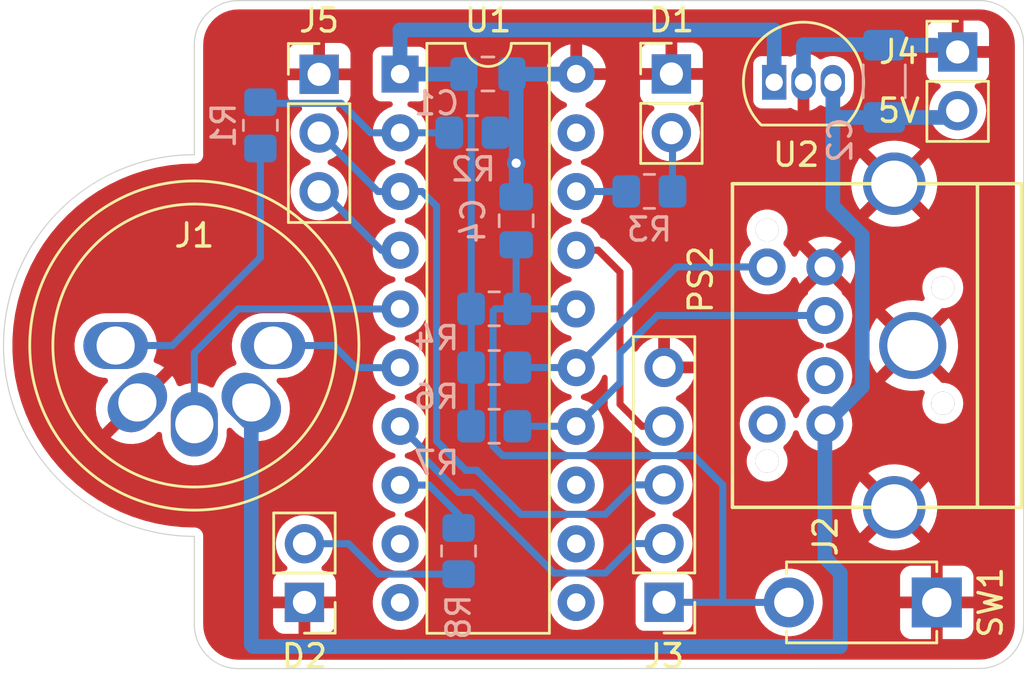
<source format=kicad_pcb>
(kicad_pcb (version 20211014) (generator pcbnew)
  (title_block (date "2022-07-04"))
  (layers (0 "F.Cu" signal) (31 "B.Cu" signal) (34 "B.Paste" user) (35 "F.Paste" user) (36 "B.SilkS" user "B.Silkscreen") (37 "F.SilkS" user "F.Silkscreen") (38 "B.Mask" user) (39 "F.Mask" user) (44 "Edge.Cuts" user))
  (net 0 "")
  (net 1 "+3V3")
  (net 2 "GND")
  (net 3 "+5V")
  (net 4 "Net-(D1-Pad2)")
  (net 5 "KBD_CLK")
  (net 6 "KBD_DTA")
  (net 7 "Net-(J1-Pad3)")
  (net 8 "PS2_DTA")
  (net 10 "PS2_CLK")
  (net 12 "_RST")
  (net 13 "TEST")
  (net 14 "KBD_BSY")
  (net 15 "Net-(R3-Pad1)")
  (net 16 "Net-(D2-Pad2)")
  (net 18 "Net-(J5-Pad3)")
  (net 19 "BSL_TX")
  (net 23 "BSL_RX")
  (net 24 "Net-(R8-Pad1)")
  (footprint "TRS-80-M3-VID:DIN5" (layer "F.Cu") (at 113.3475 96.52 180)
    (fp_text reference "J1" (at 0 4.7625 180) (layer "F.SilkS"))
    (fp_text value "Keyboard")
    (fp_arc (start 0 -7.12) (mid 7.12 0) (end 0 7.12) (layer "F.SilkS") (width 0.12))
    (fp_arc (start 0 7.12) (mid -7.12 0) (end 0 -7.12) (layer "F.SilkS") (width 0.12))
    (fp_arc (start 0 -6.12) (mid 6.12 0) (end 0 6.12) (layer "F.SilkS") (width 0.12))
    (fp_arc (start 0 6.12) (mid -6.12 0) (end 0 -6.12) (layer "F.SilkS") (width 0.12))
    (fp_arc (start 0 -8.255) (mid 8.255 0) (end 0 8.255) (layer "Edge.Cuts") (width 0.05))
    (pad "1" thru_hole oval (at -3.4036 0 180) (size 2.794 2.032) (drill 1.651) (layers *.Cu *.Mask) (net 6 "KBD_DTA"))
    (pad "2" thru_hole oval (at 0 -3.4036 180) (size 2.032 2.794) (drill 1.651) (layers *.Cu *.Mask) (net 5 "KBD_CLK"))
    (pad "3" thru_hole oval (at 3.4036 0 180) (size 2.794 2.032) (drill 1.651) (layers *.Cu *.Mask) (net 7 "Net-(J1-Pad3)"))
    (pad "4" thru_hole oval (at -2.4638 -2.4638 135) (size 2.794 2.032) (drill 1.651) (layers *.Cu *.Mask) (net 3 "+5V"))
    (pad "5" thru_hole oval (at 2.4638 -2.4638 225) (size 2.794 2.032) (drill 1.651) (layers *.Cu *.Mask) (net 2 "GND"))
  )
  (footprint "Connector_PinHeader_2.54mm:PinHeader_1x03_P2.54mm_Vertical" (layer "F.Cu") (at 118.745 84.7875)
    (fp_text reference "J5" (at 0 -2.33) (layer "F.SilkS"))
    (fp_text value "Conn_01x03")
    (fp_line (start -1.33 1.27) (end 1.33 1.27) (layer "F.SilkS") (width 0.12))
    (fp_line (start 1.33 1.27) (end 1.33 6.41) (layer "F.SilkS") (width 0.12))
    (fp_line (start -1.33 -1.33) (end 0 -1.33) (layer "F.SilkS") (width 0.12))
    (fp_line (start -1.33 0) (end -1.33 -1.33) (layer "F.SilkS") (width 0.12))
    (fp_line (start -1.33 1.27) (end -1.33 6.41) (layer "F.SilkS") (width 0.12))
    (fp_line (start -1.33 6.41) (end 1.33 6.41) (layer "F.SilkS") (width 0.12))
    (pad "1" thru_hole rect locked (at 0 0) (size 1.7 1.7) (drill 1) (layers *.Cu *.Mask) (net 2 "GND"))
    (pad "2" thru_hole oval locked (at 0 2.54) (size 1.7 1.7) (drill 1) (layers *.Cu *.Mask) (net 19 "BSL_TX"))
    (pad "3" thru_hole oval locked (at 0 5.08) (size 1.7 1.7) (drill 1) (layers *.Cu *.Mask) (net 18 "Net-(J5-Pad3)"))
  )
  (footprint "Connector_PinHeader_2.54mm:PinHeader_1x02_P2.54mm_Vertical" (layer "F.Cu") (at 145.465 107.6325 -90)
    (fp_text reference "SW1" (at 0 -2.33 90) (layer "F.SilkS"))
    (fp_text value "SW_Push")
    (fp_line (start 1.75 0) (end 1.75 6.5) (layer "F.SilkS") (width 0.12))
    (fp_line (start 1.25 6.5) (end 1.75 6.5) (layer "F.SilkS") (width 0.12))
    (fp_line (start -1.75 0) (end -1.33 0) (layer "F.SilkS") (width 0.12))
    (fp_line (start -1.75 6.5) (end -1.25 6.5) (layer "F.SilkS") (width 0.12))
    (fp_line (start 1.25 0) (end 1.75 0) (layer "F.SilkS") (width 0.12))
    (fp_line (start -1.75 0) (end -1.75 6.5) (layer "F.SilkS") (width 0.12))
    (pad "1" thru_hole rect (at 0 0 270) (size 2.159 2.159) (drill 1.27) (layers *.Cu *.Mask) (net 2 "GND"))
    (pad "2" thru_hole oval (at 0 6.4 270) (size 2.159 2.159) (drill 1.27) (layers *.Cu *.Mask) (net 12 "_RST"))
  )
  (footprint "Package_TO_SOT_THT:TO-92_Inline" (layer "F.Cu") (at 138.43 85.1325)
    (fp_text reference "U2" (at 0.9525 3.1325) (layer "F.SilkS"))
    (fp_text value "LP2950-3.3_TO92")
    (fp_line (start -0.53 1.85) (end 3.07 1.85) (layer "F.SilkS") (width 0.12))
    (fp_arc (start 1.27 -2.6) (mid 3.672087 -0.994977) (end 3.108478 1.838478) (layer "F.SilkS") (width 0.12))
    (fp_arc (start -0.568478 1.838478) (mid -1.132087 -0.994977) (end 1.27 -2.6) (layer "F.SilkS") (width 0.12))
    (pad "1" thru_hole rect locked (at 0 0) (size 1.05 1.5) (drill 0.75) (layers *.Cu *.Mask) (net 1 "+3V3"))
    (pad "2" thru_hole oval locked (at 1.27 0) (size 1.05 1.5) (drill 0.75) (layers *.Cu *.Mask) (net 2 "GND"))
    (pad "3" thru_hole oval locked (at 2.54 0) (size 1.05 1.5) (drill 0.75) (layers *.Cu *.Mask) (net 3 "+5V"))
  )
  (footprint "Package_DIP:DIP-20_W7.62mm" (layer "F.Cu") (at 122.247508 84.777504)
    (fp_text reference "U1" (at 3.81 -2.33) (layer "F.SilkS"))
    (fp_text value "MSP430G2403IN20")
    (fp_line (start 6.46 -1.33) (end 4.81 -1.33) (layer "F.SilkS") (width 0.12))
    (fp_line (start 2.81 -1.33) (end 1.16 -1.33) (layer "F.SilkS") (width 0.12))
    (fp_line (start 1.16 -1.33) (end 1.16 24.19) (layer "F.SilkS") (width 0.12))
    (fp_line (start 6.46 24.19) (end 6.46 -1.33) (layer "F.SilkS") (width 0.12))
    (fp_line (start 1.16 24.19) (end 6.46 24.19) (layer "F.SilkS") (width 0.12))
    (fp_arc (start 4.81 -1.33) (mid 3.81 -0.33) (end 2.81 -1.33) (layer "F.SilkS") (width 0.12))
    (pad "1" thru_hole rect locked (at 0 0) (size 1.6 1.6) (drill 0.8) (layers *.Cu *.Mask) (net 1 "+3V3"))
    (pad "2" thru_hole oval locked (at 0 2.54) (size 1.6 1.6) (drill 0.8) (layers *.Cu *.Mask) (net 14 "KBD_BSY"))
    (pad "3" thru_hole oval locked (at 0 5.08) (size 1.6 1.6) (drill 0.8) (layers *.Cu *.Mask) (net 19 "BSL_TX"))
    (pad "4" thru_hole oval locked (at 0 7.62) (size 1.6 1.6) (drill 0.8) (layers *.Cu *.Mask) (net 18 "Net-(J5-Pad3)"))
    (pad "5" thru_hole oval locked (at 0 10.16) (size 1.6 1.6) (drill 0.8) (layers *.Cu *.Mask) (net 5 "KBD_CLK"))
    (pad "6" thru_hole oval locked (at 0 12.7) (size 1.6 1.6) (drill 0.8) (layers *.Cu *.Mask) (net 6 "KBD_DTA"))
    (pad "7" thru_hole oval locked (at 0 15.24) (size 1.6 1.6) (drill 0.8) (layers *.Cu *.Mask) (net 23 "BSL_RX"))
    (pad "8" thru_hole oval locked (at 0 17.78) (size 1.6 1.6) (drill 0.8) (layers *.Cu *.Mask) (net 24 "Net-(R8-Pad1)"))
    (pad "9" thru_hole oval locked (at 0 20.32) (size 1.6 1.6) (drill 0.8) (layers *.Cu *.Mask))
    (pad "10" thru_hole oval locked (at 0 22.86) (size 1.6 1.6) (drill 0.8) (layers *.Cu *.Mask))
    (pad "11" thru_hole oval locked (at 7.62 22.86) (size 1.6 1.6) (drill 0.8) (layers *.Cu *.Mask))
    (pad "12" thru_hole oval locked (at 7.62 20.32) (size 1.6 1.6) (drill 0.8) (layers *.Cu *.Mask))
    (pad "13" thru_hole oval locked (at 7.62 17.78) (size 1.6 1.6) (drill 0.8) (layers *.Cu *.Mask))
    (pad "14" thru_hole oval locked (at 7.62 15.24) (size 1.6 1.6) (drill 0.8) (layers *.Cu *.Mask) (net 8 "PS2_DTA"))
    (pad "15" thru_hole oval locked (at 7.62 12.7) (size 1.6 1.6) (drill 0.8) (layers *.Cu *.Mask) (net 10 "PS2_CLK"))
    (pad "16" thru_hole oval locked (at 7.62 10.16) (size 1.6 1.6) (drill 0.8) (layers *.Cu *.Mask) (net 12 "_RST"))
    (pad "17" thru_hole oval locked (at 7.62 7.62) (size 1.6 1.6) (drill 0.8) (layers *.Cu *.Mask) (net 13 "TEST"))
    (pad "18" thru_hole oval locked (at 7.62 5.08) (size 1.6 1.6) (drill 0.8) (layers *.Cu *.Mask) (net 15 "Net-(R3-Pad1)"))
    (pad "19" thru_hole oval locked (at 7.62 2.54) (size 1.6 1.6) (drill 0.8) (layers *.Cu *.Mask))
    (pad "20" thru_hole oval locked (at 7.62 0) (size 1.6 1.6) (drill 0.8) (layers *.Cu *.Mask) (net 2 "GND"))
  )
  (footprint "TRS-80:minidin_6_ps2_pcb_mount" (layer "F.Cu") (at 142.875 96.52 -90)
    (fp_text reference "J2" (at 8.255 2.2225 90) (layer "F.SilkS"))
    (fp_text value "PS2" (at -2.8575 7.62 90) (layer "F.SilkS"))
    (fp_line (start -7 -4.35) (end 7 -4.35) (layer "F.SilkS") (width 0.15))
    (fp_line (start 7 6.25) (end 7 -6.25) (layer "F.SilkS") (width 0.15))
    (fp_line (start 7 -6.25) (end -7 -6.25) (layer "F.SilkS") (width 0.15))
    (fp_line (start -7 -6.25) (end -7 6.25) (layer "F.SilkS") (width 0.15))
    (fp_line (start -7 6.25) (end 7 6.25) (layer "F.SilkS") (width 0.15))
    (pad "0" thru_hole circle (at 7.000001 -0.75 270) (size 2.7 2.7) (drill 2) (layers *.Cu *.Mask) (net 2 "GND"))
    (pad "0" thru_hole circle (at -7.000001 -0.75 270) (size 2.7 2.7) (drill 2) (layers *.Cu *.Mask) (net 2 "GND"))
    (pad "0" thru_hole circle (at 0 -1.55 270) (size 2.899999 2.899999) (drill 2.2) (layers *.Cu *.Mask) (net 2 "GND"))
    (pad "1" thru_hole circle (at -1.3 2.25 270) (size 1.6 1.6) (drill 0.9) (layers *.Cu *.Mask) (net 8 "PS2_DTA"))
    (pad "2" thru_hole circle (at 1.3 2.25 270) (size 1.6 1.6) (drill 0.9) (layers *.Cu *.Mask))
    (pad "3" thru_hole circle (at -3.4 2.25 270) (size 1.6 1.6) (drill 0.9) (layers *.Cu *.Mask) (net 2 "GND"))
    (pad "4" thru_hole circle (at 3.4 2.25 270) (size 1.6 1.6) (drill 0.9) (layers *.Cu *.Mask) (net 3 "+5V"))
    (pad "5" thru_hole circle (at -3.4 4.75 270) (size 1.6 1.6) (drill 0.9) (layers *.Cu *.Mask) (net 10 "PS2_CLK"))
    (pad "6" thru_hole circle (at 3.4 4.75 270) (size 1.6 1.6) (drill 0.9) (layers *.Cu *.Mask))
    (pad "M1" thru_hole circle (at -2.5 -2.85 270) (size 1 1) (drill 1) (layers *.Cu *.Mask))
    (pad "M2" thru_hole circle (at 2.5 -2.85 270) (size 1 1) (drill 1) (layers *.Cu *.Mask))
    (pad "M3" thru_hole circle (at -5 4.75 270) (size 1 1) (drill 1) (layers *.Cu *.Mask))
    (pad "M4" thru_hole circle (at 5 4.75 270) (size 1 1) (drill 1) (layers *.Cu *.Mask))
  )
  (footprint "Connector_PinHeader_2.54mm:PinHeader_1x02_P2.54mm_Vertical" (layer "F.Cu") (at 133.985 84.7725)
    (fp_text reference "D1" (at 0 -2.33) (layer "F.SilkS"))
    (fp_text value "LED")
    (fp_line (start -1.33 -1.33) (end 0 -1.33) (layer "F.SilkS") (width 0.12))
    (fp_line (start 1.33 1.27) (end 1.33 3.87) (layer "F.SilkS") (width 0.12))
    (fp_line (start -1.33 1.27) (end -1.33 3.87) (layer "F.SilkS") (width 0.12))
    (fp_line (start -1.33 0) (end -1.33 -1.33) (layer "F.SilkS") (width 0.12))
    (fp_line (start -1.33 3.87) (end 1.33 3.87) (layer "F.SilkS") (width 0.12))
    (fp_line (start -1.33 1.27) (end 1.33 1.27) (layer "F.SilkS") (width 0.12))
    (pad "1" thru_hole rect (at 0 0) (size 1.7 1.7) (drill 1) (layers *.Cu *.Mask) (net 2 "GND"))
    (pad "2" thru_hole oval (at 0 2.54) (size 1.7 1.7) (drill 1) (layers *.Cu *.Mask) (net 4 "Net-(D1-Pad2)"))
  )
  (footprint "Connector_PinHeader_2.54mm:PinHeader_1x05_P2.54mm_Vertical" (layer "F.Cu") (at 133.6675 107.6275 180)
    (fp_text reference "J3" (at 0 -2.33) (layer "F.SilkS"))
    (fp_text value "Debug")
    (fp_line (start -1.33 0) (end -1.33 -1.33) (layer "F.SilkS") (width 0.12))
    (fp_line (start -1.33 1.27) (end -1.33 11.49) (layer "F.SilkS") (width 0.12))
    (fp_line (start -1.33 -1.33) (end 0 -1.33) (layer "F.SilkS") (width 0.12))
    (fp_line (start -1.33 11.49) (end 1.33 11.49) (layer "F.SilkS") (width 0.12))
    (fp_line (start 1.33 1.27) (end 1.33 11.49) (layer "F.SilkS") (width 0.12))
    (fp_line (start -1.33 1.27) (end 1.33 1.27) (layer "F.SilkS") (width 0.12))
    (pad "1" thru_hole rect locked (at 0 0 180) (size 1.7 1.7) (drill 1) (layers *.Cu *.Mask) (net 12 "_RST"))
    (pad "2" thru_hole oval locked (at 0 2.54 180) (size 1.7 1.7) (drill 1) (layers *.Cu *.Mask) (net 23 "BSL_RX"))
    (pad "3" thru_hole oval locked (at 0 5.08 180) (size 1.7 1.7) (drill 1) (layers *.Cu *.Mask) (net 19 "BSL_TX"))
    (pad "4" thru_hole oval locked (at 0 7.62 180) (size 1.7 1.7) (drill 1) (layers *.Cu *.Mask) (net 13 "TEST"))
    (pad "5" thru_hole oval locked (at 0 10.16 180) (size 1.7 1.7) (drill 1) (layers *.Cu *.Mask) (net 2 "GND"))
  )
  (footprint "Connector_PinHeader_2.54mm:PinHeader_1x02_P2.54mm_Vertical" (layer "F.Cu") (at 146.3675 83.82)
    (fp_text reference "J4" (at -2.54 0) (layer "F.SilkS"))
    (fp_text value "5V" (at -2.54 2.54) (layer "F.SilkS"))
    (fp_line (start 1.33 1.27) (end 1.33 3.87) (layer "F.SilkS") (width 0.12))
    (fp_line (start -1.33 1.27) (end -1.33 3.87) (layer "F.SilkS") (width 0.12))
    (fp_line (start -1.33 3.87) (end 1.33 3.87) (layer "F.SilkS") (width 0.12))
    (fp_line (start -1.33 1.27) (end 1.33 1.27) (layer "F.SilkS") (width 0.12))
    (fp_line (start -1.33 -1.33) (end 0 -1.33) (layer "F.SilkS") (width 0.12))
    (fp_line (start -1.33 0) (end -1.33 -1.33) (layer "F.SilkS") (width 0.12))
    (pad "1" thru_hole rect locked (at 0 0) (size 1.7 1.7) (drill 1) (layers *.Cu *.Mask) (net 2 "GND"))
    (pad "2" thru_hole oval locked (at 0 2.54) (size 1.7 1.7) (drill 1) (layers *.Cu *.Mask) (net 3 "+5V"))
  )
  (footprint "Connector_PinHeader_2.54mm:PinHeader_1x02_P2.54mm_Vertical" (layer "F.Cu") (at 118.11 107.6325 180)
    (fp_text reference "D2" (at 0 -2.33) (layer "F.SilkS"))
    (fp_text value "LED")
    (fp_line (start -1.33 3.87) (end 1.33 3.87) (layer "F.SilkS") (width 0.12))
    (fp_line (start -1.33 0) (end -1.33 -1.33) (layer "F.SilkS") (width 0.12))
    (fp_line (start -1.33 1.27) (end 1.33 1.27) (layer "F.SilkS") (width 0.12))
    (fp_line (start -1.33 1.27) (end -1.33 3.87) (layer "F.SilkS") (width 0.12))
    (fp_line (start -1.33 -1.33) (end 0 -1.33) (layer "F.SilkS") (width 0.12))
    (fp_line (start 1.33 1.27) (end 1.33 3.87) (layer "F.SilkS") (width 0.12))
    (pad "1" thru_hole rect locked (at 0 0 180) (size 1.7 1.7) (drill 1) (layers *.Cu *.Mask) (net 2 "GND"))
    (pad "2" thru_hole oval locked (at 0 2.54 180) (size 1.7 1.7) (drill 1) (layers *.Cu *.Mask) (net 16 "Net-(D2-Pad2)"))
  )
  (footprint "Resistor_SMD:R_0805_2012Metric_Pad1.20x1.40mm_HandSolder" (layer "B.Cu") (at 116.205 86.995 90)
    (fp_text reference "R1" (at 0 -1.5875 90) (layer "B.SilkS") (effects (justify mirror)))
    (fp_text value "4.7k")
    (fp_line (start -0.227064 -0.735) (end 0.227064 -0.735) (layer "B.SilkS") (width 0.12))
    (fp_line (start -0.227064 0.735) (end 0.227064 0.735) (layer "B.SilkS") (width 0.12))
    (pad "1" smd roundrect locked (at -1 0 90) (size 1.2 1.4) (layers "B.Cu" "B.Paste" "B.Mask") (roundrect_rratio 0.2083333333) (net 7 "Net-(J1-Pad3)"))
    (pad "2" smd roundrect locked (at 1 0 90) (size 1.2 1.4) (layers "B.Cu" "B.Paste" "B.Mask") (roundrect_rratio 0.2083333333) (net 14 "KBD_BSY"))
  )
  (footprint "Capacitor_SMD:C_0805_2012Metric_Pad1.18x1.45mm_HandSolder" (layer "B.Cu") (at 126.0475 84.7725)
    (fp_text reference "C1" (at -2.2225 1.27) (layer "B.SilkS") (effects (justify mirror)))
    (fp_text value "0.1uF")
    (fp_line (start -0.261252 0.735) (end 0.261252 0.735) (layer "B.SilkS") (width 0.12))
    (fp_line (start -0.261252 -0.735) (end 0.261252 -0.735) (layer "B.SilkS") (width 0.12))
    (pad "1" smd roundrect locked (at -1.0375 0) (size 1.175 1.45) (layers "B.Cu" "B.Paste" "B.Mask") (roundrect_rratio 0.2127659574) (net 1 "+3V3"))
    (pad "2" smd roundrect locked (at 1.0375 0) (size 1.175 1.45) (layers "B.Cu" "B.Paste" "B.Mask") (roundrect_rratio 0.2127659574) (net 2 "GND"))
  )
  (footprint "Capacitor_SMD:C_0805_2012Metric_Pad1.18x1.45mm_HandSolder" (layer "B.Cu") (at 127.27 91.1225 90)
    (fp_text reference "C4" (at 0 -1.8575 90) (layer "B.SilkS") (effects (justify mirror)))
    (fp_text value "1nF")
    (fp_line (start -0.261252 0.735) (end 0.261252 0.735) (layer "B.SilkS") (width 0.12))
    (fp_line (start -0.261252 -0.735) (end 0.261252 -0.735) (layer "B.SilkS") (width 0.12))
    (pad "1" smd roundrect locked (at -1.0375 0 90) (size 1.175 1.45) (layers "B.Cu" "B.Paste" "B.Mask") (roundrect_rratio 0.2127659574) (net 12 "_RST"))
    (pad "2" smd roundrect locked (at 1.0375 0 90) (size 1.175 1.45) (layers "B.Cu" "B.Paste" "B.Mask") (roundrect_rratio 0.2127659574) (net 2 "GND"))
  )
  (footprint "Capacitor_SMD:C_1206_3216Metric_Pad1.33x1.80mm_HandSolder" (layer "B.Cu") (at 143.1925 85.09 90)
    (fp_text reference "C2" (at -2.54 -1.905 90) (layer "B.SilkS") (effects (justify mirror)))
    (fp_text value "10u")
    (fp_line (start -0.711252 -0.91) (end 0.711252 -0.91) (layer "B.SilkS") (width 0.12))
    (fp_line (start -0.711252 0.91) (end 0.711252 0.91) (layer "B.SilkS") (width 0.12))
    (pad "1" smd roundrect locked (at -1.5625 0 90) (size 1.325 1.8) (layers "B.Cu" "B.Paste" "B.Mask") (roundrect_rratio 0.1886792453) (net 3 "+5V"))
    (pad "2" smd roundrect locked (at 1.5625 0 90) (size 1.325 1.8) (layers "B.Cu" "B.Paste" "B.Mask") (roundrect_rratio 0.1886792453) (net 2 "GND"))
  )
  (footprint "Resistor_SMD:R_0805_2012Metric_Pad1.20x1.40mm_HandSolder" (layer "B.Cu") (at 126.3175 100.0125 180)
    (fp_text reference "R7" (at 2.4925 -1.5875) (layer "B.SilkS") (effects (justify mirror)))
    (fp_text value "2K")
    (fp_line (start -0.227064 0.735) (end 0.227064 0.735) (layer "B.SilkS") (width 0.12))
    (fp_line (start -0.227064 -0.735) (end 0.227064 -0.735) (layer "B.SilkS") (width 0.12))
    (pad "1" smd roundrect locked (at -1 0 180) (size 1.2 1.4) (layers "B.Cu" "B.Paste" "B.Mask") (roundrect_rratio 0.2083333333) (net 8 "PS2_DTA"))
    (pad "2" smd roundrect locked (at 1 0 180) (size 1.2 1.4) (layers "B.Cu" "B.Paste" "B.Mask") (roundrect_rratio 0.2083333333) (net 1 "+3V3"))
  )
  (footprint "Resistor_SMD:R_0805_2012Metric_Pad1.20x1.40mm_HandSolder" (layer "B.Cu") (at 125.375008 87.3125)
    (fp_text reference "R2" (at 0.037492 1.5875) (layer "B.SilkS") (effects (justify mirror)))
    (fp_text value "10k")
    (fp_line (start -0.227064 0.735) (end 0.227064 0.735) (layer "B.SilkS") (width 0.12))
    (fp_line (start -0.227064 -0.735) (end 0.227064 -0.735) (layer "B.SilkS") (width 0.12))
    (pad "1" smd roundrect locked (at -1 0) (size 1.2 1.4) (layers "B.Cu" "B.Paste" "B.Mask") (roundrect_rratio 0.2083333333) (net 14 "KBD_BSY"))
    (pad "2" smd roundrect locked (at 1 0) (size 1.2 1.4) (layers "B.Cu" "B.Paste" "B.Mask") (roundrect_rratio 0.2083333333) (net 2 "GND"))
  )
  (footprint "Resistor_SMD:R_0805_2012Metric_Pad1.20x1.40mm_HandSolder" (layer "B.Cu") (at 126.3175 94.9325)
    (fp_text reference "R4" (at -2.4925 1.27) (layer "B.SilkS") (effects (justify mirror)))
    (fp_text value "10k")
    (fp_line (start -0.227064 -0.735) (end 0.227064 -0.735) (layer "B.SilkS") (width 0.12))
    (fp_line (start -0.227064 0.735) (end 0.227064 0.735) (layer "B.SilkS") (width 0.12))
    (pad "1" smd roundrect locked (at -1 0) (size 1.2 1.4) (layers "B.Cu" "B.Paste" "B.Mask") (roundrect_rratio 0.2083333333) (net 1 "+3V3"))
    (pad "2" smd roundrect locked (at 1 0) (size 1.2 1.4) (layers "B.Cu" "B.Paste" "B.Mask") (roundrect_rratio 0.2083333333) (net 12 "_RST"))
  )
  (footprint "Resistor_SMD:R_0805_2012Metric_Pad1.20x1.40mm_HandSolder" (layer "B.Cu") (at 133.0325 89.8525)
    (fp_text reference "R3" (at 0 1.65) (layer "B.SilkS") (effects (justify mirror)))
    (fp_text value "270")
    (fp_line (start -0.227064 -0.735) (end 0.227064 -0.735) (layer "B.SilkS") (width 0.12))
    (fp_line (start -0.227064 0.735) (end 0.227064 0.735) (layer "B.SilkS") (width 0.12))
    (pad "1" smd roundrect locked (at -1 0) (size 1.2 1.4) (layers "B.Cu" "B.Paste" "B.Mask") (roundrect_rratio 0.2083333333) (net 15 "Net-(R3-Pad1)"))
    (pad "2" smd roundrect locked (at 1 0) (size 1.2 1.4) (layers "B.Cu" "B.Paste" "B.Mask") (roundrect_rratio 0.2083333333) (net 4 "Net-(D1-Pad2)"))
  )
  (footprint "Resistor_SMD:R_0805_2012Metric_Pad1.20x1.40mm_HandSolder" (layer "B.Cu") (at 126.3175 97.4725 180)
    (fp_text reference "R6" (at 2.4925 -1.27) (layer "B.SilkS") (effects (justify mirror)))
    (fp_text value "2K")
    (fp_line (start -0.227064 -0.735) (end 0.227064 -0.735) (layer "B.SilkS") (width 0.12))
    (fp_line (start -0.227064 0.735) (end 0.227064 0.735) (layer "B.SilkS") (width 0.12))
    (pad "1" smd roundrect locked (at -1 0 180) (size 1.2 1.4) (layers "B.Cu" "B.Paste" "B.Mask") (roundrect_rratio 0.2083333333) (net 10 "PS2_CLK"))
    (pad "2" smd roundrect locked (at 1 0 180) (size 1.2 1.4) (layers "B.Cu" "B.Paste" "B.Mask") (roundrect_rratio 0.2083333333) (net 1 "+3V3"))
  )
  (footprint "Resistor_SMD:R_0805_2012Metric_Pad1.20x1.40mm_HandSolder" (layer "B.Cu") (at 124.7775 105.41 -90)
    (fp_text reference "R8" (at 2.8575 0 90) (layer "B.SilkS") (effects (justify mirror)))
    (fp_text value "270")
    (fp_line (start -0.227064 -0.735) (end 0.227064 -0.735) (layer "B.SilkS") (width 0.12))
    (fp_line (start -0.227064 0.735) (end 0.227064 0.735) (layer "B.SilkS") (width 0.12))
    (pad "1" smd roundrect locked (at -1 0 270) (size 1.2 1.4) (layers "B.Cu" "B.Paste" "B.Mask") (roundrect_rratio 0.2083333333) (net 24 "Net-(R8-Pad1)"))
    (pad "2" smd roundrect locked (at 1 0 270) (size 1.2 1.4) (layers "B.Cu" "B.Paste" "B.Mask") (roundrect_rratio 0.2083333333) (net 16 "Net-(D2-Pad2)"))
  )
  (gr_line (start 115.2525 110.495) (end 147.32 110.49) (layer "Edge.Cuts") (width 0.05))
  (gr_line (start 115.2525 81.5975) (end 147.32 81.5975) (layer "Edge.Cuts") (width 0.05))
  (gr_line (start 149.225 108.585) (end 149.225 83.5025) (layer "Edge.Cuts") (width 0.05))
  (gr_arc (start 113.3475 83.5025) (mid 113.905462 82.155462) (end 115.2525 81.5975) (layer "Edge.Cuts") (width 0.05))
  (gr_line (start 113.3475 88.265) (end 113.3475 83.5025) (layer "Edge.Cuts") (width 0.05))
  (gr_arc (start 147.32 81.5975) (mid 148.667038 82.155462) (end 149.225 83.5025) (layer "Edge.Cuts") (width 0.05))
  (gr_arc (start 149.225 108.585) (mid 148.667038 109.932038) (end 147.32 110.49) (layer "Edge.Cuts") (width 0.05))
  (gr_arc (start 115.2525 110.495) (mid 113.905462 109.937038) (end 113.3475 108.59) (layer "Edge.Cuts") (width 0.05))
  (gr_line (start 113.3475 108.59) (end 113.3475 104.775) (layer "Edge.Cuts") (width 0.05))
  (segment (start 122.247508 84.777504) (end 125.004996 84.777504) (width 0.635) (layer "B.Cu") (net 1))
  (segment (start 122.247508 82.877508) (end 122.247508 84.777504) (width 0.635) (layer "B.Cu") (net 1))
  (segment (start 138.43 82.8675) (end 138.43 85.132494) (width 0.635) (layer "B.Cu") (net 1))
  (segment (start 125.326928 100.003072) (end 125.326928 85.089428) (width 0.3048) (layer "B.Cu") (net 1))
  (segment (start 122.2375 82.8675) (end 138.43 82.8675) (width 0.635) (layer "B.Cu") (net 1))
  (via (at 127.270002 88.629998) (size 0.8) (drill 0.4) (layers "F.Cu" "B.Cu") (net 2))
  (segment (start 129.867508 84.777504) (end 127.089992 84.777504) (width 0.635) (layer "B.Cu") (net 2))
  (segment (start 139.7 83.5025) (end 143.167506 83.5025) (width 0.635) (layer "B.Cu") (net 2))
  (segment (start 145.415 83.5025) (end 146.05 83.5025) (width 0.25) (layer "B.Cu") (net 2))
  (segment (start 139.7 85.132494) (end 139.7 83.5025) (width 0.635) (layer "B.Cu") (net 2))
  (segment (start 143.1925 83.527494) (end 145.390006 83.527494) (width 0.635) (layer "B.Cu") (net 2))
  (segment (start 126.375008 87.3125) (end 127.2225 87.3125) (width 0.3048) (layer "B.Cu") (net 2))
  (segment (start 127.270002 87.265002) (end 127.270002 84.957488) (width 0.635) (layer "B.Cu") (net 2))
  (segment (start 145.39 83.5275) (end 145.415 83.5025) (width 0.25) (layer "B.Cu") (net 2))
  (segment (start 127.270002 90.085012) (end 127.270002 88.629998) (width 0.635) (layer "B.Cu") (net 2))
  (segment (start 127.270002 88.629998) (end 127.270002 87.265002) (width 0.635) (layer "B.Cu") (net 2))
  (segment (start 127.2225 87.3125) (end 127.27 87.265) (width 0.3048) (layer "B.Cu") (net 2))
  (segment (start 143.1925 86.652506) (end 145.707506 86.652506) (width 0.635) (layer "B.Cu") (net 3))
  (segment (start 142.24 91.7575) (end 142.24 98.30501) (width 0.635) (layer "B.Cu") (net 3))
  (segment (start 115.8113 109.4613) (end 115.8113 98.9838) (width 0.635) (layer "B.Cu") (net 3))
  (segment (start 140.97 86.6775) (end 140.97 85.1325) (width 0.635) (layer "B.Cu") (net 3))
  (segment (start 140.97 90.4875) (end 140.97 86.6775) (width 0.635) (layer "B.Cu") (net 3))
  (segment (start 140.624992 105.699992) (end 141.2875 106.3625) (width 0.635) (layer "B.Cu") (net 3))
  (segment (start 140.995 86.6525) (end 140.97 86.6775) (width 0.25) (layer "B.Cu") (net 3))
  (segment (start 143.1925 86.652506) (end 140.994994 86.652506) (width 0.635) (layer "B.Cu") (net 3))
  (segment (start 141.2875 106.3625) (end 141.2875 109.5375) (width 0.635) (layer "B.Cu") (net 3))
  (segment (start 142.24 98.30501) (end 140.624992 99.919993) (width 0.635) (layer "B.Cu") (net 3))
  (segment (start 141.2875 109.5375) (end 115.8875 109.5375) (width 0.635) (layer "B.Cu") (net 3))
  (segment (start 140.624992 99.919993) (end 140.624992 105.699992) (width 0.635) (layer "B.Cu") (net 3))
  (segment (start 140.97 90.4875) (end 142.24 91.7575) (width 0.635) (layer "B.Cu") (net 3))
  (segment (start 115.8875 109.5375) (end 115.8113 109.4613) (width 0.25) (layer "B.Cu") (net 3))
  (segment (start 134.0325 89.8525) (end 134.0325 87.36) (width 0.3048) (layer "B.Cu") (net 4))
  (segment (start 113.3475 96.8375) (end 115.2525 94.9325) (width 0.3048) (layer "B.Cu") (net 5))
  (segment (start 122.247508 94.937504) (end 115.257504 94.937504) (width 0.3048) (layer "B.Cu") (net 5))
  (segment (start 115.257504 94.937504) (end 115.2525 94.9325) (width 0.3048) (layer "B.Cu") (net 5))
  (segment (start 113.3475 99.9236) (end 113.3475 96.8375) (width 0.3048) (layer "B.Cu") (net 5))
  (segment (start 120.337504 97.477504) (end 119.38 96.52) (width 0.3048) (layer "B.Cu") (net 6))
  (segment (start 119.38 96.52) (end 116.7511 96.52) (width 0.3048) (layer "B.Cu") (net 6))
  (segment (start 122.247508 97.477504) (end 120.337504 97.477504) (width 0.3048) (layer "B.Cu") (net 6))
  (segment (start 112.395 96.52) (end 109.9439 96.52) (width 0.3048) (layer "B.Cu") (net 7))
  (segment (start 116.205 92.71) (end 112.395 96.52) (width 0.3048) (layer "B.Cu") (net 7))
  (segment (start 116.205 87.995) (end 116.205 92.71) (width 0.3048) (layer "B.Cu") (net 7))
  (segment (start 127.3175 100.0125) (end 129.862504 100.0125) (width 0.3048) (layer "B.Cu") (net 8))
  (segment (start 131.7625 96.8375) (end 133.38 95.22) (width 0.3048) (layer "B.Cu") (net 8))
  (segment (start 133.38 95.22) (end 140.625 95.22) (width 0.3048) (layer "B.Cu") (net 8))
  (segment (start 129.867508 100.017504) (end 131.7625 98.122512) (width 0.3048) (layer "B.Cu") (net 8))
  (segment (start 131.7625 98.122512) (end 131.7625 96.8375) (width 0.3048) (layer "B.Cu") (net 8))
  (segment (start 127.3175 97.4725) (end 129.862504 97.4725) (width 0.3048) (layer "B.Cu") (net 10))
  (segment (start 134.21 93.12) (end 138.02 93.12) (width 0.3048) (layer "B.Cu") (net 10))
  (segment (start 129.867508 97.462492) (end 134.21 93.12) (width 0.3048) (layer "B.Cu") (net 10))
  (segment (start 127.3175 94.9325) (end 126.365 94.9325) (width 0.3048) (layer "B.Cu") (net 12))
  (segment (start 136.2075 102.5525) (end 136.2075 107.6325) (width 0.3048) (layer "B.Cu") (net 12))
  (segment (start 136.2025 107.6275) (end 136.2075 107.6325) (width 0.3048) (layer "B.Cu") (net 12))
  (segment (start 139.065 107.6325) (end 136.2075 107.6325) (width 0.3048) (layer "B.Cu") (net 12))
  (segment (start 126.6825 101.2825) (end 134.9375 101.2825) (width 0.3048) (layer "B.Cu") (net 12))
  (segment (start 134.9375 101.2825) (end 136.2075 102.5525) (width 0.3048) (layer "B.Cu") (net 12))
  (segment (start 126.26942 95.02808) (end 126.26942 100.86942) (width 0.3048) (layer "B.Cu") (net 12))
  (segment (start 126.26942 100.86942) (end 126.6825 101.2825) (width 0.3048) (layer "B.Cu") (net 12))
  (segment (start 133.6675 107.6275) (end 136.2025 107.6275) (width 0.3048) (layer "B.Cu") (net 12))
  (segment (start 127.27 92.16) (end 127.27 94.885) (width 0.3048) (layer "B.Cu") (net 12))
  (segment (start 127.3175 94.9325) (end 129.862504 94.9325) (width 0.3048) (layer "B.Cu") (net 12))
  (segment (start 126.365 94.9325) (end 126.26942 95.02808) (width 0.3048) (layer "B.Cu") (net 12))
  (segment (start 130.815004 92.397504) (end 131.7625 93.345) (width 0.3048) (layer "F.Cu") (net 13))
  (segment (start 131.7625 93.345) (end 131.7625 99.06) (width 0.3048) (layer "F.Cu") (net 13))
  (segment (start 129.867508 92.397504) (end 130.815004 92.397504) (width 0.3048) (layer "F.Cu") (net 13))
  (segment (start 133.6675 100.0075) (end 132.72 100.0075) (width 0.3048) (layer "F.Cu") (net 13))
  (segment (start 132.715 100.0125) (end 131.7625 99.06) (width 0.3048) (layer "F.Cu") (net 13))
  (segment (start 132.72 100.0075) (end 132.715 100.0125) (width 0.3048) (layer "F.Cu") (net 13))
  (segment (start 120.972504 87.317504) (end 119.6975 86.0425) (width 0.3048) (layer "B.Cu") (net 14))
  (segment (start 119.6975 86.0425) (end 116.475 86.0425) (width 0.3048) (layer "B.Cu") (net 14))
  (segment (start 122.247508 87.317504) (end 124.370004 87.317504) (width 0.3048) (layer "B.Cu") (net 14))
  (segment (start 122.247508 87.317504) (end 120.972504 87.317504) (width 0.3048) (layer "B.Cu") (net 14))
  (segment (start 129.867508 89.857504) (end 132.027496 89.857504) (width 0.3048) (layer "B.Cu") (net 15))
  (segment (start 124.7775 106.41) (end 121.3325 106.41) (width 0.3048) (layer "B.Cu") (net 16))
  (segment (start 120.015 105.0925) (end 118.11 105.0925) (width 0.3048) (layer "B.Cu") (net 16))
  (segment (start 121.3325 106.41) (end 120.015 105.0925) (width 0.3048) (layer "B.Cu") (net 16))
  (segment (start 121.441254 92.397504) (end 118.91125 89.8675) (width 0.3048) (layer "B.Cu") (net 18))
  (segment (start 122.247508 92.397504) (end 121.441254 92.397504) (width 0.3048) (layer "B.Cu") (net 18))
  (segment (start 127.476257 103.8225) (end 131.1275 103.8225) (width 0.3048) (layer "B.Cu") (net 19))
  (segment (start 123.19 89.8525) (end 123.825 90.4875) (width 0.3048) (layer "B.Cu") (net 19))
  (segment (start 122.247508 89.857504) (end 123.184996 89.857504) (width 0.3048) (layer "B.Cu") (net 19))
  (segment (start 132.4025 102.5475) (end 133.6675 102.5475) (width 0.3048) (layer "B.Cu") (net 19))
  (segment (start 123.825 90.4875) (end 123.825 100.6475) (width 0.3048) (layer "B.Cu") (net 19))
  (segment (start 123.825 100.6475) (end 125.095 101.9175) (width 0.3048) (layer "B.Cu") (net 19))
  (segment (start 125.095 101.9175) (end 125.571256 101.9175) (width 0.3048) (layer "B.Cu") (net 19))
  (segment (start 121.290004 89.857504) (end 118.76 87.3275) (width 0.3048) (layer "B.Cu") (net 19))
  (segment (start 122.247508 89.857504) (end 121.290004 89.857504) (width 0.3048) (layer "B.Cu") (net 19))
  (segment (start 131.1275 103.8225) (end 132.4025 102.5475) (width 0.3048) (layer "B.Cu") (net 19))
  (segment (start 125.571256 101.9175) (end 127.476257 103.8225) (width 0.3048) (layer "B.Cu") (net 19))
  (segment (start 123.184996 89.857504) (end 123.19 89.8525) (width 0.3048) (layer "B.Cu") (net 19))
  (segment (start 128.905 106.3625) (end 125.4125 102.87) (width 0.3048) (layer "B.Cu") (net 23))
  (segment (start 123.19 100.959996) (end 122.247508 100.017504) (width 0.3048) (layer "B.Cu") (net 23))
  (segment (start 123.19 101.2825) (end 123.19 100.959996) (width 0.3048) (layer "B.Cu") (net 23))
  (segment (start 131.1275 106.3625) (end 128.905 106.3625) (width 0.3048) (layer "B.Cu") (net 23))
  (segment (start 133.6675 105.0875) (end 132.4025 105.0875) (width 0.3048) (layer "B.Cu") (net 23))
  (segment (start 124.7775 102.87) (end 123.19 101.2825) (width 0.3048) (layer "B.Cu") (net 23))
  (segment (start 125.4125 102.87) (end 124.7775 102.87) (width 0.3048) (layer "B.Cu") (net 23))
  (segment (start 132.4025 105.0875) (end 131.1275 106.3625) (width 0.3048) (layer "B.Cu") (net 23))
  (segment (start 123.5075 102.557504) (end 124.7775 103.827504) (width 0.3048) (layer "B.Cu") (net 24))
  (segment (start 124.7775 103.827504) (end 124.7775 104.41) (width 0.3048) (layer "B.Cu") (net 24))
  (segment (start 122.247508 102.557504) (end 123.5075 102.557504) (width 0.3048) (layer "B.Cu") (net 24))
  (zone (net 2) (net_name "GND") (layer "F.Cu") (connect_pads (clearance 0.381)) (min_thickness 0.254) (fill yes (thermal_gap 0.508) (thermal_bridge_width 0.508))
    (polygon (pts (xy 149.225 110.49) (xy 105.0925 110.49) (xy 105.0925 81.5975) (xy 149.225 81.5975)))
  )
)
</source>
